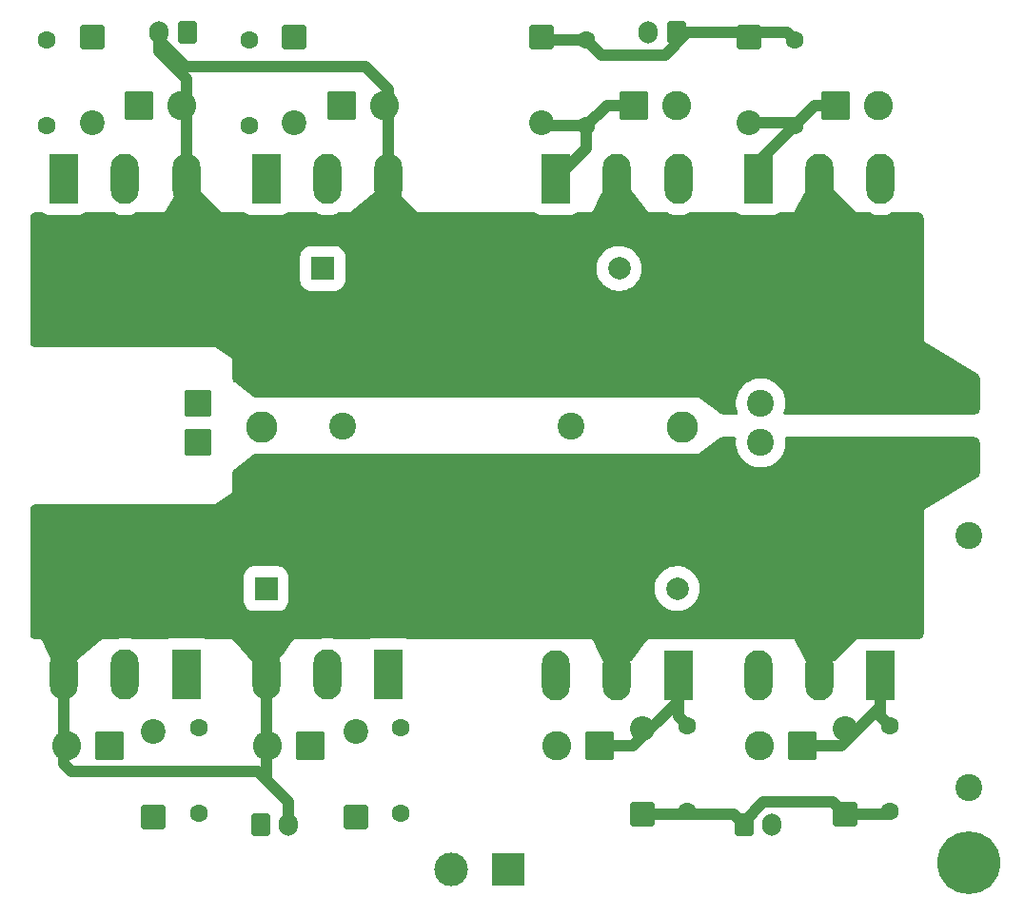
<source format=gbr>
%TF.GenerationSoftware,KiCad,Pcbnew,9.0.2*%
%TF.CreationDate,2025-07-13T13:24:00+03:30*%
%TF.ProjectId,paralleled-full-bridge,70617261-6c6c-4656-9c65-642d66756c6c,rev?*%
%TF.SameCoordinates,Original*%
%TF.FileFunction,Copper,L1,Top*%
%TF.FilePolarity,Positive*%
%FSLAX46Y46*%
G04 Gerber Fmt 4.6, Leading zero omitted, Abs format (unit mm)*
G04 Created by KiCad (PCBNEW 9.0.2) date 2025-07-13 13:24:00*
%MOMM*%
%LPD*%
G01*
G04 APERTURE LIST*
G04 Aperture macros list*
%AMRoundRect*
0 Rectangle with rounded corners*
0 $1 Rounding radius*
0 $2 $3 $4 $5 $6 $7 $8 $9 X,Y pos of 4 corners*
0 Add a 4 corners polygon primitive as box body*
4,1,4,$2,$3,$4,$5,$6,$7,$8,$9,$2,$3,0*
0 Add four circle primitives for the rounded corners*
1,1,$1+$1,$2,$3*
1,1,$1+$1,$4,$5*
1,1,$1+$1,$6,$7*
1,1,$1+$1,$8,$9*
0 Add four rect primitives between the rounded corners*
20,1,$1+$1,$2,$3,$4,$5,0*
20,1,$1+$1,$4,$5,$6,$7,0*
20,1,$1+$1,$6,$7,$8,$9,0*
20,1,$1+$1,$8,$9,$2,$3,0*%
G04 Aperture macros list end*
%TA.AperFunction,ComponentPad*%
%ADD10RoundRect,0.250000X1.050000X1.050000X-1.050000X1.050000X-1.050000X-1.050000X1.050000X-1.050000X0*%
%TD*%
%TA.AperFunction,ComponentPad*%
%ADD11C,2.600000*%
%TD*%
%TA.AperFunction,ComponentPad*%
%ADD12RoundRect,0.249999X-0.850001X0.850001X-0.850001X-0.850001X0.850001X-0.850001X0.850001X0.850001X0*%
%TD*%
%TA.AperFunction,ComponentPad*%
%ADD13C,2.200000*%
%TD*%
%TA.AperFunction,ComponentPad*%
%ADD14R,2.500000X4.500000*%
%TD*%
%TA.AperFunction,ComponentPad*%
%ADD15O,2.500000X4.500000*%
%TD*%
%TA.AperFunction,ComponentPad*%
%ADD16RoundRect,0.250001X0.949999X-0.949999X0.949999X0.949999X-0.949999X0.949999X-0.949999X-0.949999X0*%
%TD*%
%TA.AperFunction,ComponentPad*%
%ADD17C,2.400000*%
%TD*%
%TA.AperFunction,ComponentPad*%
%ADD18R,2.000000X2.000000*%
%TD*%
%TA.AperFunction,ComponentPad*%
%ADD19C,2.000000*%
%TD*%
%TA.AperFunction,ComponentPad*%
%ADD20C,1.600000*%
%TD*%
%TA.AperFunction,ComponentPad*%
%ADD21RoundRect,0.249999X0.850001X-0.850001X0.850001X0.850001X-0.850001X0.850001X-0.850001X-0.850001X0*%
%TD*%
%TA.AperFunction,ComponentPad*%
%ADD22RoundRect,0.250000X0.600000X0.750000X-0.600000X0.750000X-0.600000X-0.750000X0.600000X-0.750000X0*%
%TD*%
%TA.AperFunction,ComponentPad*%
%ADD23O,1.700000X2.000000*%
%TD*%
%TA.AperFunction,ComponentPad*%
%ADD24RoundRect,0.250000X-1.050000X-1.050000X1.050000X-1.050000X1.050000X1.050000X-1.050000X1.050000X0*%
%TD*%
%TA.AperFunction,ComponentPad*%
%ADD25RoundRect,0.250000X-0.600000X-0.750000X0.600000X-0.750000X0.600000X0.750000X-0.600000X0.750000X0*%
%TD*%
%TA.AperFunction,ComponentPad*%
%ADD26RoundRect,0.250001X-0.949999X0.949999X-0.949999X-0.949999X0.949999X-0.949999X0.949999X0.949999X0*%
%TD*%
%TA.AperFunction,ComponentPad*%
%ADD27C,2.800000*%
%TD*%
%TA.AperFunction,ComponentPad*%
%ADD28R,3.000000X3.000000*%
%TD*%
%TA.AperFunction,ComponentPad*%
%ADD29C,3.000000*%
%TD*%
%TA.AperFunction,ComponentPad*%
%ADD30C,3.600000*%
%TD*%
%TA.AperFunction,ConnectorPad*%
%ADD31C,5.600000*%
%TD*%
%TA.AperFunction,Conductor*%
%ADD32C,1.000000*%
%TD*%
G04 APERTURE END LIST*
D10*
%TO.P,D16,1,A1*%
%TO.N,/Net-(D15-A1)*%
X47420000Y-83000000D03*
D11*
%TO.P,D16,2,A2*%
%TO.N,/BridgeRight*%
X43610000Y-83000000D03*
%TD*%
D12*
%TO.P,D2,1,K*%
%TO.N,/Gate Left High*%
X28000000Y-19890000D03*
D13*
%TO.P,D2,2,A*%
%TO.N,/Net-(D1-A)*%
X28000000Y-27510000D03*
%TD*%
D14*
%TO.P,Q6,1,G*%
%TO.N,/Net-(D15-A1)*%
X54400000Y-76640000D03*
D15*
%TO.P,Q6,2,C*%
%TO.N,VDC*%
X48950000Y-76640000D03*
%TO.P,Q6,3,E*%
%TO.N,/BridgeRight*%
X43500000Y-76640000D03*
%TD*%
D16*
%TO.P,D9,1,A1*%
%TO.N,VDC*%
X37450000Y-52500000D03*
D17*
%TO.P,D9,2,A2*%
%TO.N,/BridgeLeft*%
X37450000Y-42340000D03*
%TD*%
D18*
%TO.P,D13,1,K*%
%TO.N,/BridgeLeft*%
X80000000Y-40500000D03*
D19*
%TO.P,D13,2,A*%
%TO.N,GNDREF*%
X74920000Y-40500000D03*
%TD*%
D20*
%TO.P,R6,1*%
%TO.N,/Gate Right Low*%
X99000000Y-88810000D03*
%TO.P,R6,2*%
%TO.N,/Net-(D19-A)*%
X99000000Y-81190000D03*
%TD*%
%TO.P,R8,1*%
%TO.N,/Gate Right High*%
X55500000Y-89010000D03*
%TO.P,R8,2*%
%TO.N,/Net-(D15-A1)*%
X55500000Y-81390000D03*
%TD*%
D16*
%TO.P,D19,1,A1*%
%TO.N,/BridgeRight*%
X87500000Y-66160000D03*
D17*
%TO.P,D19,2,A2*%
%TO.N,GNDREF*%
X87500000Y-56000000D03*
%TD*%
D10*
%TO.P,D18,1,A1*%
%TO.N,/Net-(D17-A)*%
X73195000Y-83000000D03*
D11*
%TO.P,D18,2,A2*%
%TO.N,GNDREF*%
X69385000Y-83000000D03*
%TD*%
D18*
%TO.P,D11,1,K*%
%TO.N,VDC*%
X48540000Y-40500000D03*
D19*
%TO.P,D11,2,A*%
%TO.N,/BridgeLeft*%
X43460000Y-40500000D03*
%TD*%
D10*
%TO.P,D20,1,A1*%
%TO.N,/Net-(D19-A)*%
X91195000Y-83000000D03*
D11*
%TO.P,D20,2,A2*%
%TO.N,GNDREF*%
X87385000Y-83000000D03*
%TD*%
D21*
%TO.P,D24,1,K*%
%TO.N,/Gate Right Low*%
X95000000Y-89110000D03*
D13*
%TO.P,D24,2,A*%
%TO.N,/Net-(D19-A)*%
X95000000Y-81490000D03*
%TD*%
D22*
%TO.P,J2,1,Pin_1*%
%TO.N,/Gate Left Low*%
X80000000Y-19500000D03*
D23*
%TO.P,J2,2,Pin_2*%
%TO.N,GNDREF*%
X77500000Y-19500000D03*
%TD*%
D21*
%TO.P,D23,1,K*%
%TO.N,/Gate Right Low*%
X77000000Y-89120000D03*
D13*
%TO.P,D23,2,A*%
%TO.N,/Net-(D17-A)*%
X77000000Y-81500000D03*
%TD*%
D14*
%TO.P,Q3,1,G*%
%TO.N,/Net-(D5-A1)*%
X87275000Y-32500000D03*
D15*
%TO.P,Q3,2,C*%
%TO.N,/BridgeLeft*%
X92725000Y-32500000D03*
%TO.P,Q3,3,E*%
%TO.N,GNDREF*%
X98175000Y-32500000D03*
%TD*%
D24*
%TO.P,D1,1,A1*%
%TO.N,/Net-(D1-A)*%
X32190000Y-26000000D03*
D11*
%TO.P,D1,2,A2*%
%TO.N,/BridgeLeft*%
X36000000Y-26000000D03*
%TD*%
D20*
%TO.P,R2,1*%
%TO.N,/Gate Left High*%
X42000000Y-20190000D03*
%TO.P,R2,2*%
%TO.N,Net-(D3-A)*%
X42000000Y-27810000D03*
%TD*%
%TO.P,R3,1*%
%TO.N,/Gate Left Low*%
X72000000Y-20190000D03*
%TO.P,R3,2*%
%TO.N,/Net-(D6-A1)*%
X72000000Y-27810000D03*
%TD*%
D25*
%TO.P,J6,1,Pin_1*%
%TO.N,/Gate Right Low*%
X86000000Y-90000000D03*
D23*
%TO.P,J6,2,Pin_2*%
%TO.N,GNDREF*%
X88500000Y-90000000D03*
%TD*%
D26*
%TO.P,D12,1,A1*%
%TO.N,/BridgeLeft*%
X87500000Y-42340000D03*
D17*
%TO.P,D12,2,A2*%
%TO.N,GNDREF*%
X87500000Y-52500000D03*
%TD*%
D27*
%TO.P,Snubber1,1*%
%TO.N,GNDREF*%
X80575000Y-54610000D03*
%TO.P,Snubber1,2*%
%TO.N,VDC*%
X43075000Y-54610000D03*
%TD*%
D24*
%TO.P,D4,1,A1*%
%TO.N,Net-(D3-A)*%
X50190000Y-26000000D03*
D11*
%TO.P,D4,2,A2*%
%TO.N,/BridgeLeft*%
X54000000Y-26000000D03*
%TD*%
D20*
%TO.P,R1,1*%
%TO.N,/Gate Left High*%
X24000000Y-20190000D03*
%TO.P,R1,2*%
%TO.N,/Net-(D1-A)*%
X24000000Y-27810000D03*
%TD*%
D14*
%TO.P,Q7,1,G*%
%TO.N,/Net-(D17-A)*%
X80175000Y-76750000D03*
D15*
%TO.P,Q7,2,C*%
%TO.N,/BridgeRight*%
X74725000Y-76750000D03*
%TO.P,Q7,3,E*%
%TO.N,GNDREF*%
X69275000Y-76750000D03*
%TD*%
D18*
%TO.P,D15,1,K*%
%TO.N,VDC*%
X43500000Y-69000000D03*
D19*
%TO.P,D15,2,A*%
%TO.N,/BridgeRight*%
X48580000Y-69000000D03*
%TD*%
D14*
%TO.P,Q8,1,G*%
%TO.N,/Net-(D19-A)*%
X98175000Y-76750000D03*
D15*
%TO.P,Q8,2,C*%
%TO.N,/BridgeRight*%
X92725000Y-76750000D03*
%TO.P,Q8,3,E*%
%TO.N,GNDREF*%
X87275000Y-76750000D03*
%TD*%
D20*
%TO.P,R7,1*%
%TO.N,/Gate Right High*%
X37550000Y-89010000D03*
%TO.P,R7,2*%
%TO.N,/Net-(D13-A)*%
X37550000Y-81390000D03*
%TD*%
D18*
%TO.P,D17,1,K*%
%TO.N,/BridgeRight*%
X75000000Y-69000000D03*
D19*
%TO.P,D17,2,A*%
%TO.N,GNDREF*%
X80080000Y-69000000D03*
%TD*%
D12*
%TO.P,D7,1,K*%
%TO.N,/Gate Left Low*%
X86500000Y-19890000D03*
D13*
%TO.P,D7,2,A*%
%TO.N,/Net-(D5-A1)*%
X86500000Y-27510000D03*
%TD*%
D14*
%TO.P,Q2,1,G*%
%TO.N,Net-(D3-A)*%
X43500000Y-32500000D03*
D15*
%TO.P,Q2,2,C*%
%TO.N,VDC*%
X48950000Y-32500000D03*
%TO.P,Q2,3,E*%
%TO.N,/BridgeLeft*%
X54400000Y-32500000D03*
%TD*%
D24*
%TO.P,D6,1,A1*%
%TO.N,/Net-(D6-A1)*%
X76190000Y-26000000D03*
D11*
%TO.P,D6,2,A2*%
%TO.N,GNDREF*%
X80000000Y-26000000D03*
%TD*%
D21*
%TO.P,D22,1,K*%
%TO.N,/Gate Right High*%
X51500000Y-89310000D03*
D13*
%TO.P,D22,2,A*%
%TO.N,/Net-(D15-A1)*%
X51500000Y-81690000D03*
%TD*%
D25*
%TO.P,J4,1,Pin_1*%
%TO.N,/Gate Right High*%
X43000000Y-90000000D03*
D23*
%TO.P,J4,2,Pin_2*%
%TO.N,/BridgeRight*%
X45500000Y-90000000D03*
%TD*%
D28*
%TO.P,J5,1,Pin_1*%
%TO.N,GNDREF*%
X65040000Y-94000000D03*
D29*
%TO.P,J5,2,Pin_2*%
%TO.N,VDC*%
X59960000Y-94000000D03*
%TD*%
D22*
%TO.P,J1,1,Pin_1*%
%TO.N,/Gate Left High*%
X36500000Y-19500000D03*
D23*
%TO.P,J1,2,Pin_2*%
%TO.N,/BridgeLeft*%
X34000000Y-19500000D03*
%TD*%
D10*
%TO.P,D14,1,A1*%
%TO.N,/Net-(D13-A)*%
X29560000Y-83000000D03*
D11*
%TO.P,D14,2,A2*%
%TO.N,/BridgeRight*%
X25750000Y-83000000D03*
%TD*%
D24*
%TO.P,D8,1,A1*%
%TO.N,/Net-(D5-A1)*%
X94190000Y-26000000D03*
D11*
%TO.P,D8,2,A2*%
%TO.N,GNDREF*%
X98000000Y-26000000D03*
%TD*%
D20*
%TO.P,R4,1*%
%TO.N,/Gate Left Low*%
X90500000Y-20190000D03*
%TO.P,R4,2*%
%TO.N,/Net-(D5-A1)*%
X90500000Y-27810000D03*
%TD*%
D21*
%TO.P,D21,1,K*%
%TO.N,/Gate Right High*%
X33500000Y-89310000D03*
D13*
%TO.P,D21,2,A*%
%TO.N,/Net-(D13-A)*%
X33500000Y-81690000D03*
%TD*%
D12*
%TO.P,D3,1,K*%
%TO.N,/Gate Left High*%
X46000000Y-19890000D03*
D13*
%TO.P,D3,2,A*%
%TO.N,Net-(D3-A)*%
X46000000Y-27510000D03*
%TD*%
D30*
%TO.P,H4,1,1*%
%TO.N,GND*%
X106000000Y-93400000D03*
D31*
X106000000Y-93400000D03*
%TD*%
D17*
%TO.P,C1,1*%
%TO.N,GNDREF*%
X106000000Y-64250000D03*
%TO.P,C1,2*%
%TO.N,GND*%
X106000000Y-86750000D03*
%TD*%
D26*
%TO.P,D10,1,A1*%
%TO.N,VDC*%
X37450000Y-56000000D03*
D17*
%TO.P,D10,2,A2*%
%TO.N,/BridgeRight*%
X37450000Y-66160000D03*
%TD*%
D14*
%TO.P,Q5,1,G*%
%TO.N,/Net-(D13-A)*%
X36400000Y-76640000D03*
D15*
%TO.P,Q5,2,C*%
%TO.N,VDC*%
X30950000Y-76640000D03*
%TO.P,Q5,3,E*%
%TO.N,/BridgeRight*%
X25500000Y-76640000D03*
%TD*%
D12*
%TO.P,D5,1,K*%
%TO.N,/Gate Left Low*%
X68000000Y-19890000D03*
D13*
%TO.P,D5,2,A*%
%TO.N,/Net-(D6-A1)*%
X68000000Y-27510000D03*
%TD*%
D14*
%TO.P,Q1,1,G*%
%TO.N,/Net-(D1-A)*%
X25500000Y-32500000D03*
D15*
%TO.P,Q1,2,C*%
%TO.N,VDC*%
X30950000Y-32500000D03*
%TO.P,Q1,3,E*%
%TO.N,/BridgeLeft*%
X36400000Y-32500000D03*
%TD*%
D28*
%TO.P,J3,1,Pin_1*%
%TO.N,/BridgeLeft*%
X105000000Y-51920000D03*
D29*
%TO.P,J3,2,Pin_2*%
%TO.N,/BridgeRight*%
X105000000Y-57000000D03*
%TD*%
D20*
%TO.P,R5,1*%
%TO.N,/Gate Right Low*%
X81000000Y-88820000D03*
%TO.P,R5,2*%
%TO.N,/Net-(D17-A)*%
X81000000Y-81200000D03*
%TD*%
D14*
%TO.P,Q4,1,G*%
%TO.N,/Net-(D6-A1)*%
X69275000Y-32500000D03*
D15*
%TO.P,Q4,2,C*%
%TO.N,/BridgeLeft*%
X74725000Y-32500000D03*
%TO.P,Q4,3,E*%
%TO.N,GNDREF*%
X80175000Y-32500000D03*
%TD*%
D17*
%TO.P,R9,1*%
%TO.N,VDC*%
X50340000Y-54500000D03*
%TO.P,R9,2*%
%TO.N,GNDREF*%
X70660000Y-54500000D03*
%TD*%
D32*
%TO.N,/BridgeLeft*%
X52338477Y-22500000D02*
X54400000Y-24561523D01*
X36373892Y-22500000D02*
X52338477Y-22500000D01*
X34000000Y-19500000D02*
X34000000Y-20126108D01*
X34000000Y-21200000D02*
X36400000Y-23600000D01*
X34000000Y-19500000D02*
X34000000Y-21200000D01*
X54400000Y-24561523D02*
X54400000Y-32500000D01*
X36400000Y-23600000D02*
X36400000Y-32500000D01*
X34000000Y-20126108D02*
X36373892Y-22500000D01*
%TO.N,/Gate Left Low*%
X78999000Y-21501000D02*
X73311000Y-21501000D01*
X72000000Y-20190000D02*
X68300000Y-20190000D01*
X81000000Y-19500000D02*
X78999000Y-21501000D01*
X81000000Y-19500000D02*
X89810000Y-19500000D01*
X80000000Y-19500000D02*
X81000000Y-19500000D01*
X89810000Y-19500000D02*
X90500000Y-20190000D01*
X73311000Y-21501000D02*
X72000000Y-20190000D01*
%TO.N,/Gate Right Low*%
X86000000Y-89732291D02*
X87733291Y-87999000D01*
X87733291Y-87999000D02*
X93889000Y-87999000D01*
X98700000Y-89110000D02*
X99000000Y-88810000D01*
X85120000Y-89120000D02*
X86000000Y-90000000D01*
X77000000Y-89120000D02*
X85120000Y-89120000D01*
X93889000Y-87999000D02*
X95000000Y-89110000D01*
X95000000Y-89110000D02*
X98700000Y-89110000D01*
%TO.N,/BridgeRight*%
X25500000Y-84602000D02*
X25500000Y-76640000D01*
X45500000Y-88000000D02*
X42801000Y-85301000D01*
X43500000Y-86000000D02*
X43500000Y-76640000D01*
X45500000Y-90000000D02*
X45500000Y-88000000D01*
X45500000Y-88000000D02*
X43500000Y-86000000D01*
X26199000Y-85301000D02*
X25500000Y-84602000D01*
X42801000Y-85301000D02*
X26199000Y-85301000D01*
%TO.N,/Net-(D6-A1)*%
X72000000Y-27810000D02*
X68300000Y-27810000D01*
X76190000Y-26000000D02*
X73810000Y-26000000D01*
X72000000Y-27810000D02*
X72000000Y-29775000D01*
X73810000Y-26000000D02*
X72000000Y-27810000D01*
X72000000Y-29775000D02*
X69275000Y-32500000D01*
%TO.N,/Net-(D5-A1)*%
X86500000Y-27510000D02*
X90200000Y-27510000D01*
X90200000Y-27510000D02*
X90500000Y-27810000D01*
X94190000Y-26000000D02*
X92310000Y-26000000D01*
X92310000Y-26000000D02*
X90500000Y-27810000D01*
X87275000Y-31035000D02*
X90500000Y-27810000D01*
%TO.N,/Net-(D17-A)*%
X73195000Y-83000000D02*
X76175000Y-83000000D01*
X80175000Y-80375000D02*
X81000000Y-81200000D01*
X76175000Y-83000000D02*
X80175000Y-79000000D01*
X80175000Y-79000000D02*
X80175000Y-80375000D01*
X80175000Y-76750000D02*
X80175000Y-79000000D01*
%TO.N,/Net-(D19-A)*%
X98175000Y-80365000D02*
X99000000Y-81190000D01*
X98175000Y-76750000D02*
X98175000Y-79500000D01*
X91195000Y-83000000D02*
X94675000Y-83000000D01*
X94675000Y-83000000D02*
X98175000Y-79500000D01*
X98175000Y-79500000D02*
X98175000Y-80365000D01*
%TD*%
%TA.AperFunction,Conductor*%
%TO.N,/BridgeLeft*%
G36*
X37300952Y-33501061D02*
G01*
X37406116Y-33514906D01*
X37437383Y-33523284D01*
X37527808Y-33560739D01*
X37555842Y-33576924D01*
X37640003Y-33641503D01*
X37652198Y-33652198D01*
X39500000Y-35500000D01*
X41542440Y-35500000D01*
X41609479Y-35519685D01*
X41620800Y-35527898D01*
X41696587Y-35589694D01*
X41696590Y-35589695D01*
X41696593Y-35589698D01*
X41876951Y-35683909D01*
X42072582Y-35739886D01*
X42191963Y-35750500D01*
X44808036Y-35750499D01*
X44927418Y-35739886D01*
X45123049Y-35683909D01*
X45303407Y-35589698D01*
X45319072Y-35576925D01*
X45379200Y-35527898D01*
X45443596Y-35500789D01*
X45457560Y-35500000D01*
X47879875Y-35500000D01*
X47941877Y-35516614D01*
X47952493Y-35522743D01*
X48225048Y-35635639D01*
X48510007Y-35711993D01*
X48788415Y-35748646D01*
X48802478Y-35750498D01*
X48802494Y-35750500D01*
X48802501Y-35750500D01*
X49097499Y-35750500D01*
X49097506Y-35750500D01*
X49389993Y-35711993D01*
X49674952Y-35635639D01*
X49947507Y-35522743D01*
X49958123Y-35516614D01*
X50020125Y-35500000D01*
X51000000Y-35500000D01*
X53296630Y-33662696D01*
X53354860Y-33616112D01*
X53372206Y-33604487D01*
X53491420Y-33538420D01*
X53530701Y-33524641D01*
X53626207Y-33508376D01*
X53665058Y-33501760D01*
X53685875Y-33500000D01*
X54784767Y-33500000D01*
X54800952Y-33501061D01*
X54906116Y-33514906D01*
X54937383Y-33523284D01*
X55027808Y-33560739D01*
X55055842Y-33576924D01*
X55140003Y-33641503D01*
X55152198Y-33652198D01*
X57000000Y-35500000D01*
X67317440Y-35500000D01*
X67384479Y-35519685D01*
X67395800Y-35527898D01*
X67471587Y-35589694D01*
X67471590Y-35589695D01*
X67471593Y-35589698D01*
X67651951Y-35683909D01*
X67847582Y-35739886D01*
X67966963Y-35750500D01*
X70583036Y-35750499D01*
X70702418Y-35739886D01*
X70898049Y-35683909D01*
X71078407Y-35589698D01*
X71094072Y-35576925D01*
X71154200Y-35527898D01*
X71218596Y-35500789D01*
X71232560Y-35500000D01*
X72499999Y-35500000D01*
X72500000Y-35500000D01*
X72633724Y-35232549D01*
X72633730Y-35232541D01*
X73250000Y-34000000D01*
X73357965Y-33784066D01*
X73366666Y-33769314D01*
X73430148Y-33676929D01*
X73453226Y-33651678D01*
X73532853Y-33585694D01*
X73561947Y-33567711D01*
X73656587Y-33525994D01*
X73689487Y-33516648D01*
X73800502Y-33501185D01*
X73817608Y-33500000D01*
X75740399Y-33500000D01*
X75759486Y-33501477D01*
X75883011Y-33520722D01*
X75919377Y-33532335D01*
X76022503Y-33583898D01*
X76053612Y-33606022D01*
X76076116Y-33627963D01*
X76143127Y-33693299D01*
X76155762Y-33707683D01*
X77499999Y-35500000D01*
X79104875Y-35500000D01*
X79166877Y-35516614D01*
X79177493Y-35522743D01*
X79450048Y-35635639D01*
X79735007Y-35711993D01*
X80013415Y-35748646D01*
X80027478Y-35750498D01*
X80027494Y-35750500D01*
X80027501Y-35750500D01*
X80322499Y-35750500D01*
X80322506Y-35750500D01*
X80614993Y-35711993D01*
X80899952Y-35635639D01*
X81172507Y-35522743D01*
X81183123Y-35516614D01*
X81245125Y-35500000D01*
X85317440Y-35500000D01*
X85384479Y-35519685D01*
X85395800Y-35527898D01*
X85471587Y-35589694D01*
X85471590Y-35589695D01*
X85471593Y-35589698D01*
X85651951Y-35683909D01*
X85847582Y-35739886D01*
X85966963Y-35750500D01*
X88583036Y-35750499D01*
X88702418Y-35739886D01*
X88898049Y-35683909D01*
X89078407Y-35589698D01*
X89094072Y-35576925D01*
X89154200Y-35527898D01*
X89218596Y-35500789D01*
X89232560Y-35500000D01*
X90499999Y-35500000D01*
X90500000Y-35500000D01*
X90633724Y-35232549D01*
X90633730Y-35232541D01*
X91250000Y-34000000D01*
X91357965Y-33784066D01*
X91366666Y-33769314D01*
X91430148Y-33676929D01*
X91453226Y-33651678D01*
X91532853Y-33585694D01*
X91561947Y-33567711D01*
X91656587Y-33525994D01*
X91689487Y-33516648D01*
X91800502Y-33501185D01*
X91817608Y-33500000D01*
X93784767Y-33500000D01*
X93800952Y-33501061D01*
X93906116Y-33514906D01*
X93937383Y-33523284D01*
X94027808Y-33560739D01*
X94055842Y-33576924D01*
X94140003Y-33641503D01*
X94152198Y-33652198D01*
X96000000Y-35500000D01*
X97104875Y-35500000D01*
X97166877Y-35516614D01*
X97177493Y-35522743D01*
X97450048Y-35635639D01*
X97735007Y-35711993D01*
X98013415Y-35748646D01*
X98027478Y-35750498D01*
X98027494Y-35750500D01*
X98027501Y-35750500D01*
X98322499Y-35750500D01*
X98322506Y-35750500D01*
X98614993Y-35711993D01*
X98899952Y-35635639D01*
X99172507Y-35522743D01*
X99183123Y-35516614D01*
X99245125Y-35500000D01*
X101491874Y-35500000D01*
X101508059Y-35501061D01*
X101613223Y-35514906D01*
X101644491Y-35523284D01*
X101734918Y-35560740D01*
X101762952Y-35576925D01*
X101840602Y-35636509D01*
X101863491Y-35659398D01*
X101923074Y-35737048D01*
X101939259Y-35765081D01*
X101976715Y-35855508D01*
X101985093Y-35886775D01*
X101998939Y-35991939D01*
X102000000Y-36008125D01*
X102000000Y-47000000D01*
X102869090Y-47521454D01*
X106750389Y-49850234D01*
X106763518Y-49859309D01*
X106845388Y-49924066D01*
X106867626Y-49946872D01*
X106925458Y-50023903D01*
X106941152Y-50051622D01*
X106977450Y-50140841D01*
X106985565Y-50171643D01*
X106998973Y-50275165D01*
X107000000Y-50291092D01*
X107000000Y-52991874D01*
X106998939Y-53008060D01*
X106985093Y-53113224D01*
X106976715Y-53144491D01*
X106939259Y-53234918D01*
X106923074Y-53262951D01*
X106863491Y-53340601D01*
X106840601Y-53363491D01*
X106762951Y-53423074D01*
X106734918Y-53439259D01*
X106644491Y-53476715D01*
X106613224Y-53485093D01*
X106519398Y-53497446D01*
X106508058Y-53498939D01*
X106491874Y-53500000D01*
X89653171Y-53500000D01*
X89586132Y-53480315D01*
X89540377Y-53427511D01*
X89530433Y-53358353D01*
X89538610Y-53328548D01*
X89588185Y-53208860D01*
X89588185Y-53208857D01*
X89588191Y-53208845D01*
X89662849Y-52930217D01*
X89700500Y-52644228D01*
X89700500Y-52355772D01*
X89662849Y-52069783D01*
X89588191Y-51791155D01*
X89588186Y-51791145D01*
X89588185Y-51791139D01*
X89477808Y-51524663D01*
X89477800Y-51524647D01*
X89333579Y-51274851D01*
X89333575Y-51274844D01*
X89157974Y-51045996D01*
X89157969Y-51045990D01*
X88954009Y-50842030D01*
X88954002Y-50842024D01*
X88725164Y-50666431D01*
X88725162Y-50666429D01*
X88725156Y-50666425D01*
X88725151Y-50666422D01*
X88725148Y-50666420D01*
X88475352Y-50522199D01*
X88475336Y-50522191D01*
X88208860Y-50411814D01*
X88208848Y-50411810D01*
X88208845Y-50411809D01*
X87930217Y-50337151D01*
X87930211Y-50337150D01*
X87930206Y-50337149D01*
X87644238Y-50299501D01*
X87644233Y-50299500D01*
X87644228Y-50299500D01*
X87355772Y-50299500D01*
X87355766Y-50299500D01*
X87355761Y-50299501D01*
X87069793Y-50337149D01*
X87069786Y-50337150D01*
X87069783Y-50337151D01*
X86898631Y-50383011D01*
X86791155Y-50411809D01*
X86791139Y-50411814D01*
X86524663Y-50522191D01*
X86524647Y-50522199D01*
X86274851Y-50666420D01*
X86274835Y-50666431D01*
X86045997Y-50842024D01*
X86045990Y-50842030D01*
X85842030Y-51045990D01*
X85842024Y-51045997D01*
X85666431Y-51274835D01*
X85666420Y-51274851D01*
X85522199Y-51524647D01*
X85522191Y-51524663D01*
X85411814Y-51791139D01*
X85411809Y-51791155D01*
X85359644Y-51985840D01*
X85337152Y-52069780D01*
X85337149Y-52069793D01*
X85299501Y-52355761D01*
X85299500Y-52355778D01*
X85299500Y-52644221D01*
X85299501Y-52644238D01*
X85337149Y-52930206D01*
X85337150Y-52930211D01*
X85337151Y-52930217D01*
X85411809Y-53208844D01*
X85411814Y-53208860D01*
X85461390Y-53328548D01*
X85468859Y-53398017D01*
X85437583Y-53460496D01*
X85377494Y-53496148D01*
X85346829Y-53500000D01*
X84176663Y-53500000D01*
X84156802Y-53498399D01*
X84045361Y-53480315D01*
X84028415Y-53477565D01*
X83990728Y-53465002D01*
X83875519Y-53404637D01*
X83858669Y-53394001D01*
X82204832Y-52153624D01*
X82204830Y-52153622D01*
X82000001Y-52000000D01*
X82000000Y-52000000D01*
X81833333Y-52000000D01*
X42676663Y-52000000D01*
X42656802Y-51998399D01*
X42579412Y-51985840D01*
X42528415Y-51977565D01*
X42490728Y-51965002D01*
X42375519Y-51904637D01*
X42358669Y-51894001D01*
X40707683Y-50655762D01*
X40693299Y-50643127D01*
X40606023Y-50553614D01*
X40604894Y-50552026D01*
X40604014Y-50551504D01*
X40583898Y-50522503D01*
X40532335Y-50419377D01*
X40520722Y-50383011D01*
X40501478Y-50259486D01*
X40500000Y-50240398D01*
X40500000Y-48499999D01*
X39000000Y-47500000D01*
X38848612Y-47500000D01*
X23008126Y-47500000D01*
X22991941Y-47498939D01*
X22978917Y-47497224D01*
X22886775Y-47485093D01*
X22855508Y-47476715D01*
X22765081Y-47439259D01*
X22737048Y-47423074D01*
X22659398Y-47363491D01*
X22636508Y-47340601D01*
X22576925Y-47262951D01*
X22560740Y-47234918D01*
X22523284Y-47144491D01*
X22514906Y-47113223D01*
X22501061Y-47008059D01*
X22500000Y-46991874D01*
X22500000Y-39441966D01*
X46539500Y-39441966D01*
X46539500Y-41558028D01*
X46539501Y-41558034D01*
X46550113Y-41677415D01*
X46606089Y-41873045D01*
X46606090Y-41873048D01*
X46606091Y-41873049D01*
X46700302Y-42053407D01*
X46700304Y-42053409D01*
X46828890Y-42211109D01*
X46922803Y-42287684D01*
X46986593Y-42339698D01*
X47166951Y-42433909D01*
X47362582Y-42489886D01*
X47481963Y-42500500D01*
X49598036Y-42500499D01*
X49717418Y-42489886D01*
X49913049Y-42433909D01*
X50093407Y-42339698D01*
X50251109Y-42211109D01*
X50379698Y-42053407D01*
X50473909Y-41873049D01*
X50529886Y-41677418D01*
X50540500Y-41558037D01*
X50540499Y-40368872D01*
X72919500Y-40368872D01*
X72919500Y-40631127D01*
X72946123Y-40833339D01*
X72953730Y-40891116D01*
X73021602Y-41144418D01*
X73021605Y-41144428D01*
X73121953Y-41386690D01*
X73121958Y-41386700D01*
X73253075Y-41613803D01*
X73412718Y-41821851D01*
X73412726Y-41821860D01*
X73598140Y-42007274D01*
X73598148Y-42007281D01*
X73806196Y-42166924D01*
X74033299Y-42298041D01*
X74033309Y-42298046D01*
X74275571Y-42398394D01*
X74275581Y-42398398D01*
X74528884Y-42466270D01*
X74777188Y-42498960D01*
X74788864Y-42500498D01*
X74788880Y-42500500D01*
X74788887Y-42500500D01*
X75051113Y-42500500D01*
X75051120Y-42500500D01*
X75311116Y-42466270D01*
X75564419Y-42398398D01*
X75806697Y-42298043D01*
X76033803Y-42166924D01*
X76241851Y-42007282D01*
X76241855Y-42007277D01*
X76241860Y-42007274D01*
X76427274Y-41821860D01*
X76427277Y-41821855D01*
X76427282Y-41821851D01*
X76586924Y-41613803D01*
X76718043Y-41386697D01*
X76818398Y-41144419D01*
X76886270Y-40891116D01*
X76920500Y-40631120D01*
X76920500Y-40368880D01*
X76886270Y-40108884D01*
X76818398Y-39855581D01*
X76818394Y-39855571D01*
X76718046Y-39613309D01*
X76718041Y-39613299D01*
X76586924Y-39386196D01*
X76427281Y-39178148D01*
X76427274Y-39178140D01*
X76241860Y-38992726D01*
X76241851Y-38992718D01*
X76033803Y-38833075D01*
X75806700Y-38701958D01*
X75806690Y-38701953D01*
X75564428Y-38601605D01*
X75564421Y-38601603D01*
X75564419Y-38601602D01*
X75311116Y-38533730D01*
X75253339Y-38526123D01*
X75051127Y-38499500D01*
X75051120Y-38499500D01*
X74788880Y-38499500D01*
X74788872Y-38499500D01*
X74557772Y-38529926D01*
X74528884Y-38533730D01*
X74408118Y-38566089D01*
X74275581Y-38601602D01*
X74275571Y-38601605D01*
X74033309Y-38701953D01*
X74033299Y-38701958D01*
X73806196Y-38833075D01*
X73598148Y-38992718D01*
X73412718Y-39178148D01*
X73253075Y-39386196D01*
X73121958Y-39613299D01*
X73121953Y-39613309D01*
X73021605Y-39855571D01*
X73021602Y-39855581D01*
X72953730Y-40108885D01*
X72919500Y-40368872D01*
X50540499Y-40368872D01*
X50540499Y-39441964D01*
X50529886Y-39322582D01*
X50473909Y-39126951D01*
X50379698Y-38946593D01*
X50327684Y-38882803D01*
X50251109Y-38788890D01*
X50093409Y-38660304D01*
X50093410Y-38660304D01*
X50093407Y-38660302D01*
X49913049Y-38566091D01*
X49913048Y-38566090D01*
X49913045Y-38566089D01*
X49795829Y-38532550D01*
X49717418Y-38510114D01*
X49717415Y-38510113D01*
X49717413Y-38510113D01*
X49651102Y-38504217D01*
X49598037Y-38499500D01*
X49598032Y-38499500D01*
X47481971Y-38499500D01*
X47481965Y-38499500D01*
X47481964Y-38499501D01*
X47470316Y-38500536D01*
X47362584Y-38510113D01*
X47166954Y-38566089D01*
X47098963Y-38601605D01*
X46986593Y-38660302D01*
X46986591Y-38660303D01*
X46986590Y-38660304D01*
X46828890Y-38788890D01*
X46700304Y-38946590D01*
X46700302Y-38946593D01*
X46676204Y-38992726D01*
X46606089Y-39126954D01*
X46550114Y-39322583D01*
X46550113Y-39322586D01*
X46539500Y-39441966D01*
X22500000Y-39441966D01*
X22500000Y-36008125D01*
X22501061Y-35991940D01*
X22514906Y-35886776D01*
X22514906Y-35886775D01*
X22523284Y-35855508D01*
X22560740Y-35765081D01*
X22576923Y-35737050D01*
X22636513Y-35659392D01*
X22659392Y-35636513D01*
X22737050Y-35576923D01*
X22765079Y-35560740D01*
X22855509Y-35523283D01*
X22886775Y-35514906D01*
X22991941Y-35501061D01*
X23008126Y-35500000D01*
X23542440Y-35500000D01*
X23609479Y-35519685D01*
X23620800Y-35527898D01*
X23696587Y-35589694D01*
X23696590Y-35589695D01*
X23696593Y-35589698D01*
X23876951Y-35683909D01*
X24072582Y-35739886D01*
X24191963Y-35750500D01*
X26808036Y-35750499D01*
X26927418Y-35739886D01*
X27123049Y-35683909D01*
X27303407Y-35589698D01*
X27319072Y-35576925D01*
X27379200Y-35527898D01*
X27443596Y-35500789D01*
X27457560Y-35500000D01*
X29879875Y-35500000D01*
X29941877Y-35516614D01*
X29952493Y-35522743D01*
X30225048Y-35635639D01*
X30510007Y-35711993D01*
X30788415Y-35748646D01*
X30802478Y-35750498D01*
X30802494Y-35750500D01*
X30802501Y-35750500D01*
X31097499Y-35750500D01*
X31097506Y-35750500D01*
X31389993Y-35711993D01*
X31674952Y-35635639D01*
X31947507Y-35522743D01*
X31958123Y-35516614D01*
X32020125Y-35500000D01*
X34499998Y-35500000D01*
X34500000Y-35500000D01*
X35437500Y-34000000D01*
X35598971Y-33741646D01*
X35608082Y-33728934D01*
X35672998Y-33649494D01*
X35695685Y-33627968D01*
X35772020Y-33572004D01*
X35799389Y-33556835D01*
X35887298Y-33521765D01*
X35917590Y-33513932D01*
X36015505Y-33501478D01*
X36019334Y-33500991D01*
X36034980Y-33500000D01*
X37284767Y-33500000D01*
X37300952Y-33501061D01*
G37*
%TD.AperFunction*%
%TD*%
%TA.AperFunction,Conductor*%
%TO.N,/BridgeRight*%
G36*
X85271982Y-55519685D02*
G01*
X85317737Y-55572489D01*
X85327882Y-55640185D01*
X85299501Y-55855761D01*
X85299500Y-55855778D01*
X85299500Y-56144221D01*
X85299501Y-56144238D01*
X85337149Y-56430206D01*
X85337150Y-56430211D01*
X85337151Y-56430217D01*
X85409573Y-56700500D01*
X85411809Y-56708844D01*
X85411814Y-56708860D01*
X85522191Y-56975336D01*
X85522199Y-56975352D01*
X85666420Y-57225148D01*
X85666431Y-57225164D01*
X85842024Y-57454002D01*
X85842030Y-57454009D01*
X86045990Y-57657969D01*
X86045996Y-57657974D01*
X86274844Y-57833575D01*
X86274851Y-57833579D01*
X86524647Y-57977800D01*
X86524663Y-57977808D01*
X86791139Y-58088185D01*
X86791145Y-58088186D01*
X86791155Y-58088191D01*
X87069783Y-58162849D01*
X87355772Y-58200500D01*
X87355779Y-58200500D01*
X87644221Y-58200500D01*
X87644228Y-58200500D01*
X87930217Y-58162849D01*
X88208845Y-58088191D01*
X88208857Y-58088185D01*
X88208860Y-58088185D01*
X88475336Y-57977808D01*
X88475339Y-57977806D01*
X88475345Y-57977804D01*
X88725156Y-57833575D01*
X88954004Y-57657974D01*
X89157974Y-57454004D01*
X89333575Y-57225156D01*
X89477804Y-56975345D01*
X89588191Y-56708845D01*
X89662849Y-56430217D01*
X89700500Y-56144228D01*
X89700500Y-55855772D01*
X89672118Y-55640185D01*
X89682884Y-55571150D01*
X89729264Y-55518894D01*
X89795057Y-55500000D01*
X106491874Y-55500000D01*
X106508059Y-55501061D01*
X106613223Y-55514906D01*
X106644491Y-55523284D01*
X106734918Y-55560740D01*
X106762952Y-55576925D01*
X106840602Y-55636509D01*
X106863491Y-55659398D01*
X106923074Y-55737048D01*
X106939259Y-55765081D01*
X106976715Y-55855508D01*
X106985093Y-55886775D01*
X106998939Y-55991939D01*
X107000000Y-56008125D01*
X107000000Y-58708907D01*
X106998973Y-58724834D01*
X106985565Y-58828356D01*
X106977450Y-58859158D01*
X106941152Y-58948377D01*
X106925458Y-58976096D01*
X106867627Y-59053126D01*
X106845388Y-59075933D01*
X106763515Y-59140692D01*
X106750387Y-59149766D01*
X102000000Y-61999999D01*
X102000000Y-72991874D01*
X101998939Y-73008059D01*
X101998939Y-73008060D01*
X101985093Y-73113224D01*
X101976715Y-73144491D01*
X101939259Y-73234918D01*
X101923074Y-73262951D01*
X101863491Y-73340601D01*
X101840601Y-73363491D01*
X101762951Y-73423074D01*
X101734918Y-73439259D01*
X101644491Y-73476715D01*
X101613224Y-73485093D01*
X101519398Y-73497446D01*
X101508058Y-73498939D01*
X101491874Y-73500000D01*
X99494160Y-73500000D01*
X99483185Y-73499513D01*
X99483038Y-73499500D01*
X96866971Y-73499500D01*
X96866950Y-73499501D01*
X96866826Y-73499513D01*
X96855852Y-73500000D01*
X95999999Y-73500000D01*
X95853553Y-73646447D01*
X94152198Y-75347801D01*
X94140003Y-75358496D01*
X94055842Y-75423075D01*
X94027808Y-75439260D01*
X93937383Y-75476715D01*
X93906117Y-75485093D01*
X93812291Y-75497446D01*
X93800951Y-75498939D01*
X93784767Y-75500000D01*
X91817608Y-75500000D01*
X91800503Y-75498814D01*
X91773284Y-75495022D01*
X91689489Y-75483351D01*
X91656581Y-75474003D01*
X91651615Y-75471814D01*
X91561953Y-75432290D01*
X91532853Y-75414305D01*
X91453226Y-75348321D01*
X91430147Y-75323068D01*
X91366670Y-75230691D01*
X91357962Y-75215925D01*
X91000000Y-74500000D01*
X90638197Y-73776393D01*
X90638195Y-73776390D01*
X90636472Y-73772943D01*
X90636468Y-73772936D01*
X90500001Y-73500001D01*
X90500000Y-73500000D01*
X90499999Y-73500000D01*
X87434193Y-73500000D01*
X87426082Y-73499734D01*
X87422512Y-73499500D01*
X87422506Y-73499500D01*
X87127494Y-73499500D01*
X87127488Y-73499500D01*
X87123918Y-73499734D01*
X87115807Y-73500000D01*
X81494160Y-73500000D01*
X81483185Y-73499513D01*
X81483038Y-73499500D01*
X78866971Y-73499500D01*
X78866950Y-73499501D01*
X78866826Y-73499513D01*
X78855852Y-73500000D01*
X77500000Y-73500000D01*
X77350000Y-73700000D01*
X76155762Y-75292316D01*
X76143127Y-75306700D01*
X76053614Y-75393976D01*
X76022503Y-75416101D01*
X75919377Y-75467664D01*
X75883012Y-75479277D01*
X75780560Y-75495238D01*
X75759485Y-75498522D01*
X75740399Y-75500000D01*
X73817608Y-75500000D01*
X73800503Y-75498814D01*
X73773284Y-75495022D01*
X73689489Y-75483351D01*
X73656581Y-75474003D01*
X73651615Y-75471814D01*
X73561953Y-75432290D01*
X73532853Y-75414305D01*
X73453226Y-75348321D01*
X73430147Y-75323068D01*
X73366670Y-75230691D01*
X73357962Y-75215925D01*
X73000000Y-74500000D01*
X72638197Y-73776393D01*
X72638195Y-73776390D01*
X72636472Y-73772943D01*
X72636468Y-73772936D01*
X72500001Y-73500001D01*
X72500000Y-73500000D01*
X72499999Y-73500000D01*
X69434193Y-73500000D01*
X69426082Y-73499734D01*
X69422512Y-73499500D01*
X69422506Y-73499500D01*
X69127494Y-73499500D01*
X69127488Y-73499500D01*
X69123918Y-73499734D01*
X69115807Y-73500000D01*
X56137544Y-73500000D01*
X56080134Y-73485909D01*
X56023047Y-73456090D01*
X55924903Y-73428008D01*
X55827418Y-73400114D01*
X55827415Y-73400113D01*
X55827413Y-73400113D01*
X55761102Y-73394217D01*
X55708037Y-73389500D01*
X55708032Y-73389500D01*
X53091971Y-73389500D01*
X53091965Y-73389500D01*
X53091964Y-73389501D01*
X53080316Y-73390536D01*
X52972584Y-73400113D01*
X52776953Y-73456090D01*
X52776951Y-73456090D01*
X52719866Y-73485909D01*
X52662456Y-73500000D01*
X49675001Y-73500000D01*
X49642908Y-73495775D01*
X49389993Y-73428007D01*
X49341113Y-73421571D01*
X49097513Y-73389500D01*
X49097506Y-73389500D01*
X48802494Y-73389500D01*
X48802486Y-73389500D01*
X48524085Y-73426153D01*
X48510007Y-73428007D01*
X48257092Y-73495775D01*
X48224999Y-73500000D01*
X46000000Y-73500000D01*
X45848626Y-73697027D01*
X45848617Y-73697039D01*
X45112003Y-74655818D01*
X44379887Y-75608740D01*
X44367259Y-75622811D01*
X44278025Y-75708147D01*
X44247135Y-75729758D01*
X44144989Y-75780094D01*
X44109028Y-75791425D01*
X43986989Y-75810196D01*
X43968138Y-75811637D01*
X42737450Y-75811637D01*
X42719787Y-75810373D01*
X42605243Y-75793889D01*
X42571352Y-75783928D01*
X42474267Y-75739547D01*
X42444559Y-75720433D01*
X42357151Y-75644596D01*
X42344639Y-75632067D01*
X40739132Y-73776393D01*
X40500000Y-73500000D01*
X40271430Y-73500000D01*
X38137544Y-73500000D01*
X38080134Y-73485909D01*
X38023047Y-73456090D01*
X37924903Y-73428008D01*
X37827418Y-73400114D01*
X37827415Y-73400113D01*
X37827413Y-73400113D01*
X37761102Y-73394217D01*
X37708037Y-73389500D01*
X37708032Y-73389500D01*
X35091971Y-73389500D01*
X35091965Y-73389500D01*
X35091964Y-73389501D01*
X35080316Y-73390536D01*
X34972584Y-73400113D01*
X34776953Y-73456090D01*
X34776951Y-73456090D01*
X34719866Y-73485909D01*
X34662456Y-73500000D01*
X31675001Y-73500000D01*
X31642908Y-73495775D01*
X31389993Y-73428007D01*
X31341113Y-73421571D01*
X31097513Y-73389500D01*
X31097506Y-73389500D01*
X30802494Y-73389500D01*
X30802486Y-73389500D01*
X30524085Y-73426153D01*
X30510007Y-73428007D01*
X30257092Y-73495775D01*
X30224999Y-73500000D01*
X29000000Y-73500000D01*
X28755775Y-73695380D01*
X26645142Y-75383885D01*
X26627787Y-75395515D01*
X26508584Y-75461577D01*
X26469295Y-75475359D01*
X26334943Y-75498240D01*
X26314125Y-75500000D01*
X24817608Y-75500000D01*
X24800503Y-75498814D01*
X24773284Y-75495022D01*
X24689489Y-75483351D01*
X24656581Y-75474003D01*
X24651615Y-75471814D01*
X24561953Y-75432290D01*
X24532853Y-75414305D01*
X24453226Y-75348321D01*
X24430147Y-75323068D01*
X24366670Y-75230691D01*
X24357962Y-75215925D01*
X24000000Y-74500000D01*
X23638197Y-73776393D01*
X23638195Y-73776390D01*
X23636472Y-73772943D01*
X23636468Y-73772936D01*
X23500001Y-73500001D01*
X23500000Y-73500000D01*
X23499999Y-73500000D01*
X23008126Y-73500000D01*
X22991941Y-73498939D01*
X22967908Y-73495775D01*
X22886775Y-73485093D01*
X22855508Y-73476715D01*
X22765081Y-73439259D01*
X22737048Y-73423074D01*
X22659398Y-73363491D01*
X22636508Y-73340601D01*
X22576925Y-73262951D01*
X22560740Y-73234918D01*
X22523284Y-73144491D01*
X22514906Y-73113223D01*
X22501061Y-73008059D01*
X22500000Y-72991874D01*
X22500000Y-67941966D01*
X41499500Y-67941966D01*
X41499500Y-70058028D01*
X41499501Y-70058034D01*
X41510113Y-70177415D01*
X41566089Y-70373045D01*
X41566090Y-70373048D01*
X41566091Y-70373049D01*
X41660302Y-70553407D01*
X41660304Y-70553409D01*
X41788890Y-70711109D01*
X41882803Y-70787684D01*
X41946593Y-70839698D01*
X42126951Y-70933909D01*
X42322582Y-70989886D01*
X42441963Y-71000500D01*
X44558036Y-71000499D01*
X44677418Y-70989886D01*
X44873049Y-70933909D01*
X45053407Y-70839698D01*
X45211109Y-70711109D01*
X45339698Y-70553407D01*
X45433909Y-70373049D01*
X45489886Y-70177418D01*
X45500500Y-70058037D01*
X45500499Y-68868872D01*
X78079500Y-68868872D01*
X78079500Y-69131127D01*
X78106123Y-69333339D01*
X78113730Y-69391116D01*
X78181602Y-69644418D01*
X78181605Y-69644428D01*
X78281953Y-69886690D01*
X78281958Y-69886700D01*
X78413075Y-70113803D01*
X78572718Y-70321851D01*
X78572726Y-70321860D01*
X78758140Y-70507274D01*
X78758148Y-70507281D01*
X78966196Y-70666924D01*
X79193299Y-70798041D01*
X79193309Y-70798046D01*
X79435571Y-70898394D01*
X79435581Y-70898398D01*
X79688884Y-70966270D01*
X79937188Y-70998960D01*
X79948864Y-71000498D01*
X79948880Y-71000500D01*
X79948887Y-71000500D01*
X80211113Y-71000500D01*
X80211120Y-71000500D01*
X80471116Y-70966270D01*
X80724419Y-70898398D01*
X80966697Y-70798043D01*
X81193803Y-70666924D01*
X81401851Y-70507282D01*
X81401855Y-70507277D01*
X81401860Y-70507274D01*
X81587274Y-70321860D01*
X81587277Y-70321855D01*
X81587282Y-70321851D01*
X81746924Y-70113803D01*
X81878043Y-69886697D01*
X81978398Y-69644419D01*
X82046270Y-69391116D01*
X82080500Y-69131120D01*
X82080500Y-68868880D01*
X82046270Y-68608884D01*
X81978398Y-68355581D01*
X81978394Y-68355571D01*
X81878046Y-68113309D01*
X81878041Y-68113299D01*
X81746924Y-67886196D01*
X81587281Y-67678148D01*
X81587274Y-67678140D01*
X81401860Y-67492726D01*
X81401851Y-67492718D01*
X81193803Y-67333075D01*
X80966700Y-67201958D01*
X80966690Y-67201953D01*
X80724428Y-67101605D01*
X80724421Y-67101603D01*
X80724419Y-67101602D01*
X80471116Y-67033730D01*
X80413339Y-67026123D01*
X80211127Y-66999500D01*
X80211120Y-66999500D01*
X79948880Y-66999500D01*
X79948872Y-66999500D01*
X79717772Y-67029926D01*
X79688884Y-67033730D01*
X79568118Y-67066089D01*
X79435581Y-67101602D01*
X79435571Y-67101605D01*
X79193309Y-67201953D01*
X79193299Y-67201958D01*
X78966196Y-67333075D01*
X78758148Y-67492718D01*
X78572718Y-67678148D01*
X78413075Y-67886196D01*
X78281958Y-68113299D01*
X78281953Y-68113309D01*
X78181605Y-68355571D01*
X78181602Y-68355581D01*
X78113730Y-68608885D01*
X78079500Y-68868872D01*
X45500499Y-68868872D01*
X45500499Y-67941964D01*
X45489886Y-67822582D01*
X45433909Y-67626951D01*
X45339698Y-67446593D01*
X45287684Y-67382803D01*
X45211109Y-67288890D01*
X45053409Y-67160304D01*
X45053410Y-67160304D01*
X45053407Y-67160302D01*
X44873049Y-67066091D01*
X44873048Y-67066090D01*
X44873045Y-67066089D01*
X44755829Y-67032550D01*
X44677418Y-67010114D01*
X44677415Y-67010113D01*
X44677413Y-67010113D01*
X44611102Y-67004217D01*
X44558037Y-66999500D01*
X44558032Y-66999500D01*
X42441971Y-66999500D01*
X42441965Y-66999500D01*
X42441964Y-66999501D01*
X42430316Y-67000536D01*
X42322584Y-67010113D01*
X42126954Y-67066089D01*
X42058963Y-67101605D01*
X41946593Y-67160302D01*
X41946591Y-67160303D01*
X41946590Y-67160304D01*
X41788890Y-67288890D01*
X41660304Y-67446590D01*
X41660302Y-67446593D01*
X41636204Y-67492726D01*
X41566089Y-67626954D01*
X41510114Y-67822583D01*
X41510113Y-67822586D01*
X41499500Y-67941966D01*
X22500000Y-67941966D01*
X22500000Y-62008125D01*
X22501061Y-61991940D01*
X22514906Y-61886776D01*
X22523284Y-61855508D01*
X22560740Y-61765081D01*
X22576923Y-61737050D01*
X22636513Y-61659392D01*
X22659392Y-61636513D01*
X22737050Y-61576923D01*
X22765079Y-61560740D01*
X22855509Y-61523283D01*
X22886775Y-61514906D01*
X22991941Y-61501061D01*
X23008126Y-61500000D01*
X39000000Y-61500000D01*
X40500000Y-60500000D01*
X40500000Y-58759601D01*
X40501478Y-58740513D01*
X40520722Y-58616988D01*
X40532335Y-58580622D01*
X40583898Y-58477496D01*
X40606019Y-58446389D01*
X40693304Y-58356867D01*
X40707677Y-58344242D01*
X42358673Y-57105995D01*
X42375519Y-57095362D01*
X42387075Y-57089306D01*
X42490730Y-57034996D01*
X42528411Y-57022435D01*
X42656801Y-57001600D01*
X42676663Y-57000000D01*
X42840040Y-57000000D01*
X42853924Y-57000780D01*
X42861202Y-57001600D01*
X42940187Y-57010499D01*
X42940188Y-57010500D01*
X42940191Y-57010500D01*
X43209812Y-57010500D01*
X43209812Y-57010499D01*
X43288798Y-57001600D01*
X43296076Y-57000780D01*
X43309960Y-57000000D01*
X80340040Y-57000000D01*
X80353924Y-57000780D01*
X80361202Y-57001600D01*
X80440187Y-57010499D01*
X80440188Y-57010500D01*
X80440191Y-57010500D01*
X80709812Y-57010500D01*
X80709812Y-57010499D01*
X80788798Y-57001600D01*
X80796076Y-57000780D01*
X80809960Y-57000000D01*
X81999999Y-57000000D01*
X82000000Y-57000000D01*
X83666667Y-55750000D01*
X83858673Y-55605995D01*
X83875519Y-55595362D01*
X83929674Y-55566987D01*
X83990730Y-55534996D01*
X84028411Y-55522435D01*
X84156801Y-55501600D01*
X84176663Y-55500000D01*
X85204943Y-55500000D01*
X85271982Y-55519685D01*
G37*
%TD.AperFunction*%
%TD*%
M02*

</source>
